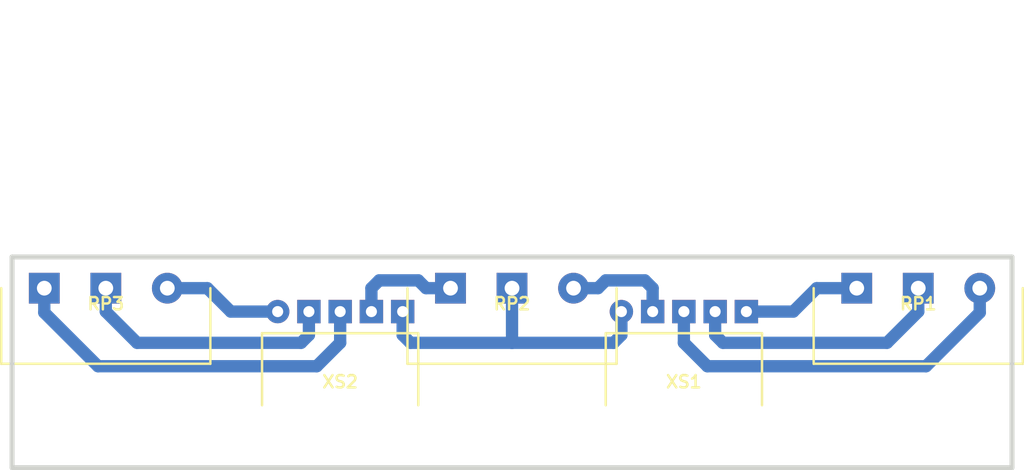
<source format=kicad_pcb>
(kicad_pcb (version 20171130) (host pcbnew 5.1.12-84ad8e8a86~92~ubuntu20.04.1)

  (general
    (thickness 1.6)
    (drawings 4)
    (tracks 43)
    (zones 0)
    (modules 5)
    (nets 10)
  )

  (page A4 portrait)
  (title_block
    (title ТКП-1.20.B-1)
    (date 2023-12-09)
    (rev 1B)
    (company "Good Grief Overdrive Potentiometer Board [REV1B]")
    (comment 1 http://github.com/Adept666)
    (comment 2 "Igor Ivanov (Игорь Иванов)")
    (comment 3 -ТТКРЧПДЛ-)
    (comment 4 "This project is licensed under GNU General Public License v3.0 or later")
  )

  (layers
    (0 F.Cu jumper)
    (31 B.Cu signal)
    (38 B.Mask user)
    (39 F.Mask user)
    (44 Edge.Cuts user)
    (45 Margin user)
    (46 B.CrtYd user)
    (47 F.CrtYd user)
    (49 F.Fab user)
  )

  (setup
    (last_trace_width 1)
    (user_trace_width 0.6)
    (trace_clearance 0)
    (zone_clearance 0.6)
    (zone_45_only no)
    (trace_min 0.2)
    (via_size 1.5)
    (via_drill 0.5)
    (via_min_size 0.4)
    (via_min_drill 0.3)
    (uvia_size 0.3)
    (uvia_drill 0.1)
    (uvias_allowed no)
    (uvia_min_size 0)
    (uvia_min_drill 0)
    (edge_width 0.4)
    (segment_width 0.2)
    (pcb_text_width 0.3)
    (pcb_text_size 1.5 1.5)
    (mod_edge_width 0.15)
    (mod_text_size 1 1)
    (mod_text_width 0.15)
    (pad_size 1.6 1.8)
    (pad_drill 0)
    (pad_to_mask_clearance 0.1)
    (solder_mask_min_width 0.2)
    (aux_axis_origin 0 0)
    (visible_elements 7FFFFFFF)
    (pcbplotparams
      (layerselection 0x20000_7ffffffe)
      (usegerberextensions false)
      (usegerberattributes false)
      (usegerberadvancedattributes false)
      (creategerberjobfile false)
      (excludeedgelayer false)
      (linewidth 0.100000)
      (plotframeref true)
      (viasonmask false)
      (mode 1)
      (useauxorigin false)
      (hpglpennumber 1)
      (hpglpenspeed 20)
      (hpglpendiameter 15.000000)
      (psnegative false)
      (psa4output false)
      (plotreference false)
      (plotvalue true)
      (plotinvisibletext false)
      (padsonsilk true)
      (subtractmaskfromsilk false)
      (outputformat 4)
      (mirror false)
      (drillshape 0)
      (scaleselection 1)
      (outputdirectory ""))
  )

  (net 0 "")
  (net 1 "Net-(RP1-Pad3)")
  (net 2 "Net-(RP1-Pad1)")
  (net 3 "Net-(RP1-Pad2)")
  (net 4 "Net-(RP2-Pad3)")
  (net 5 "Net-(RP2-Pad1)")
  (net 6 "Net-(RP2-Pad2)")
  (net 7 "Net-(RP3-Pad3)")
  (net 8 "Net-(RP3-Pad1)")
  (net 9 "Net-(RP3-Pad2)")

  (net_class Default "This is the default net class."
    (clearance 0)
    (trace_width 1)
    (via_dia 1.5)
    (via_drill 0.5)
    (uvia_dia 0.3)
    (uvia_drill 0.1)
    (add_net "Net-(RP1-Pad1)")
    (add_net "Net-(RP1-Pad2)")
    (add_net "Net-(RP1-Pad3)")
    (add_net "Net-(RP2-Pad1)")
    (add_net "Net-(RP2-Pad2)")
    (add_net "Net-(RP2-Pad3)")
    (add_net "Net-(RP3-Pad1)")
    (add_net "Net-(RP3-Pad2)")
    (add_net "Net-(RP3-Pad3)")
  )

  (module KCL-TH-SL:CON-PBS-05R (layer F.Cu) (tedit 62D2AB7D) (tstamp 6083D2A8)
    (at 119.38 144.78)
    (path /60031E05)
    (fp_text reference XS1 (at 0 5.715) (layer F.SilkS)
      (effects (font (size 1 1) (thickness 0.2)))
    )
    (fp_text value PBS-05R (at 0 5.715) (layer F.Fab)
      (effects (font (size 1 1) (thickness 0.2)))
    )
    (fp_line (start 6.35 1.76) (end 6.35 10.16) (layer F.Fab) (width 0.2))
    (fp_line (start -6.35 1.76) (end -6.35 10.16) (layer F.Fab) (width 0.2))
    (fp_line (start -6.35 10.16) (end 6.35 10.16) (layer F.Fab) (width 0.2))
    (fp_line (start -6.35 1.76) (end 6.35 1.76) (layer F.Fab) (width 0.2))
    (fp_line (start -6.35 1.76) (end 6.35 1.76) (layer F.SilkS) (width 0.2))
    (fp_line (start -6.35 1.76) (end -6.35 7.62) (layer F.SilkS) (width 0.2))
    (fp_line (start 6.35 1.76) (end 6.35 7.62) (layer F.SilkS) (width 0.2))
    (fp_line (start -6.35 -0.45) (end 6.35 -0.45) (layer F.CrtYd) (width 0.1))
    (fp_line (start -6.35 10.16) (end 6.35 10.16) (layer F.CrtYd) (width 0.1))
    (fp_line (start -6.35 -0.45) (end -6.35 10.16) (layer F.CrtYd) (width 0.1))
    (fp_line (start 6.35 -0.45) (end 6.35 10.16) (layer F.CrtYd) (width 0.1))
    (pad 5 thru_hole rect (at 5.08 0) (size 1.9 1.9) (drill 0.9) (layers B.Cu B.Mask)
      (net 1 "Net-(RP1-Pad3)"))
    (pad 4 thru_hole rect (at 2.54 0) (size 1.9 1.9) (drill 0.9) (layers B.Cu B.Mask)
      (net 3 "Net-(RP1-Pad2)"))
    (pad 1 thru_hole circle (at -5.08 0) (size 1.9 1.9) (drill 0.9) (layers B.Cu B.Mask)
      (net 6 "Net-(RP2-Pad2)"))
    (pad 2 thru_hole rect (at -2.54 0) (size 1.9 1.9) (drill 0.9) (layers B.Cu B.Mask)
      (net 5 "Net-(RP2-Pad1)"))
    (pad 3 thru_hole rect (at 0 0) (size 1.9 1.9) (drill 0.9) (layers B.Cu B.Mask)
      (net 2 "Net-(RP1-Pad1)"))
  )

  (module KCL-TH-SL:CON-PBS-05R (layer F.Cu) (tedit 62D2AB7D) (tstamp 60031F53)
    (at 91.44 144.78)
    (path /600A2C72)
    (fp_text reference XS2 (at 0 5.715) (layer F.SilkS)
      (effects (font (size 1 1) (thickness 0.2)))
    )
    (fp_text value PBS-05R (at 0 5.715) (layer F.Fab)
      (effects (font (size 1 1) (thickness 0.2)))
    )
    (fp_line (start 6.35 1.76) (end 6.35 10.16) (layer F.Fab) (width 0.2))
    (fp_line (start -6.35 1.76) (end -6.35 10.16) (layer F.Fab) (width 0.2))
    (fp_line (start -6.35 10.16) (end 6.35 10.16) (layer F.Fab) (width 0.2))
    (fp_line (start -6.35 1.76) (end 6.35 1.76) (layer F.Fab) (width 0.2))
    (fp_line (start -6.35 1.76) (end 6.35 1.76) (layer F.SilkS) (width 0.2))
    (fp_line (start -6.35 1.76) (end -6.35 7.62) (layer F.SilkS) (width 0.2))
    (fp_line (start 6.35 1.76) (end 6.35 7.62) (layer F.SilkS) (width 0.2))
    (fp_line (start -6.35 -0.45) (end 6.35 -0.45) (layer F.CrtYd) (width 0.1))
    (fp_line (start -6.35 10.16) (end 6.35 10.16) (layer F.CrtYd) (width 0.1))
    (fp_line (start -6.35 -0.45) (end -6.35 10.16) (layer F.CrtYd) (width 0.1))
    (fp_line (start 6.35 -0.45) (end 6.35 10.16) (layer F.CrtYd) (width 0.1))
    (pad 5 thru_hole rect (at 5.08 0) (size 1.9 1.9) (drill 0.9) (layers B.Cu B.Mask)
      (net 6 "Net-(RP2-Pad2)"))
    (pad 4 thru_hole rect (at 2.54 0) (size 1.9 1.9) (drill 0.9) (layers B.Cu B.Mask)
      (net 4 "Net-(RP2-Pad3)"))
    (pad 1 thru_hole circle (at -5.08 0) (size 1.9 1.9) (drill 0.9) (layers B.Cu B.Mask)
      (net 8 "Net-(RP3-Pad1)"))
    (pad 2 thru_hole rect (at -2.54 0) (size 1.9 1.9) (drill 0.9) (layers B.Cu B.Mask)
      (net 9 "Net-(RP3-Pad2)"))
    (pad 3 thru_hole rect (at 0 0) (size 1.9 1.9) (drill 0.9) (layers B.Cu B.Mask)
      (net 7 "Net-(RP3-Pad3)"))
  )

  (module KCL-TH-SL:RP-PDB181-K-20-P (layer F.Cu) (tedit 60030E39) (tstamp 608AEE6A)
    (at 138.43 142.875 180)
    (path /60859B26)
    (fp_text reference RP1 (at 0 -1.27 180) (layer F.SilkS)
      (effects (font (size 1 1) (thickness 0.2)))
    )
    (fp_text value "RP1: B100K" (at 0 -1.27 180) (layer F.Fab)
      (effects (font (size 1 1) (thickness 0.2)))
    )
    (fp_line (start -8.5 -6.15) (end 8.5 -6.15) (layer F.Fab) (width 0.2))
    (fp_line (start -8.5 3.35) (end 8.5 3.35) (layer F.Fab) (width 0.2))
    (fp_line (start -3 23.35) (end 3 23.35) (layer F.Fab) (width 0.2))
    (fp_line (start -8.5 -6.15) (end -8.5 3.35) (layer F.Fab) (width 0.2))
    (fp_line (start 8.5 -6.15) (end 8.5 3.35) (layer F.Fab) (width 0.2))
    (fp_line (start -3.5 3.35) (end -3.5 9.85) (layer F.Fab) (width 0.2))
    (fp_line (start 3.5 3.35) (end 3.5 9.85) (layer F.Fab) (width 0.2))
    (fp_line (start -3 9.85) (end -3 23.35) (layer F.Fab) (width 0.2))
    (fp_line (start 3 9.85) (end 3 23.35) (layer F.Fab) (width 0.2))
    (fp_line (start -3.5 9.85) (end 3.5 9.85) (layer F.Fab) (width 0.2))
    (fp_line (start -8.5 -6.15) (end 8.5 -6.15) (layer F.SilkS) (width 0.2))
    (fp_line (start -8.5 -6.15) (end -8.5 0) (layer F.SilkS) (width 0.2))
    (fp_line (start 8.5 -6.15) (end 8.5 0) (layer F.SilkS) (width 0.2))
    (fp_line (start -8.5 -6.15) (end 8.5 -6.15) (layer F.CrtYd) (width 0.1))
    (fp_line (start -8.5 23.35) (end 8.5 23.35) (layer F.CrtYd) (width 0.1))
    (fp_line (start -8.5 -6.15) (end -8.5 23.35) (layer F.CrtYd) (width 0.1))
    (fp_line (start 8.5 -6.15) (end 8.5 23.35) (layer F.CrtYd) (width 0.1))
    (fp_line (start -8.5 5.35) (end -7.366 5.35) (layer F.Fab) (width 0.2))
    (fp_line (start -8.5 3.35) (end -8.5 5.35) (layer F.Fab) (width 0.2))
    (fp_line (start -7.3 3.35) (end -7.3 5.35) (layer F.Fab) (width 0.2))
    (pad 3 thru_hole rect (at 5 0 180) (size 2.5 2.5) (drill 1.2) (layers B.Cu B.Mask)
      (net 1 "Net-(RP1-Pad3)"))
    (pad 1 thru_hole circle (at -5 0 180) (size 2.5 2.5) (drill 1.2) (layers B.Cu B.Mask)
      (net 2 "Net-(RP1-Pad1)"))
    (pad 2 thru_hole rect (at 0 0 180) (size 2.5 2.5) (drill 1.2) (layers B.Cu B.Mask)
      (net 3 "Net-(RP1-Pad2)"))
  )

  (module KCL-TH-SL:RP-PDB181-K-20-P (layer F.Cu) (tedit 60030E39) (tstamp 5FE6D9E5)
    (at 105.41 142.875 180)
    (path /5FE7A122)
    (fp_text reference RP2 (at 0 -1.27 180) (layer F.SilkS)
      (effects (font (size 1 1) (thickness 0.2)))
    )
    (fp_text value "RP2: B5K" (at 0 -1.27 180) (layer F.Fab)
      (effects (font (size 1 1) (thickness 0.2)))
    )
    (fp_line (start -8.5 -6.15) (end 8.5 -6.15) (layer F.Fab) (width 0.2))
    (fp_line (start -8.5 3.35) (end 8.5 3.35) (layer F.Fab) (width 0.2))
    (fp_line (start -3 23.35) (end 3 23.35) (layer F.Fab) (width 0.2))
    (fp_line (start -8.5 -6.15) (end -8.5 3.35) (layer F.Fab) (width 0.2))
    (fp_line (start 8.5 -6.15) (end 8.5 3.35) (layer F.Fab) (width 0.2))
    (fp_line (start -3.5 3.35) (end -3.5 9.85) (layer F.Fab) (width 0.2))
    (fp_line (start 3.5 3.35) (end 3.5 9.85) (layer F.Fab) (width 0.2))
    (fp_line (start -3 9.85) (end -3 23.35) (layer F.Fab) (width 0.2))
    (fp_line (start 3 9.85) (end 3 23.35) (layer F.Fab) (width 0.2))
    (fp_line (start -3.5 9.85) (end 3.5 9.85) (layer F.Fab) (width 0.2))
    (fp_line (start -8.5 -6.15) (end 8.5 -6.15) (layer F.SilkS) (width 0.2))
    (fp_line (start -8.5 -6.15) (end -8.5 0) (layer F.SilkS) (width 0.2))
    (fp_line (start 8.5 -6.15) (end 8.5 0) (layer F.SilkS) (width 0.2))
    (fp_line (start -8.5 -6.15) (end 8.5 -6.15) (layer F.CrtYd) (width 0.1))
    (fp_line (start -8.5 23.35) (end 8.5 23.35) (layer F.CrtYd) (width 0.1))
    (fp_line (start -8.5 -6.15) (end -8.5 23.35) (layer F.CrtYd) (width 0.1))
    (fp_line (start 8.5 -6.15) (end 8.5 23.35) (layer F.CrtYd) (width 0.1))
    (fp_line (start -8.5 5.35) (end -7.366 5.35) (layer F.Fab) (width 0.2))
    (fp_line (start -8.5 3.35) (end -8.5 5.35) (layer F.Fab) (width 0.2))
    (fp_line (start -7.3 3.35) (end -7.3 5.35) (layer F.Fab) (width 0.2))
    (pad 3 thru_hole rect (at 5 0 180) (size 2.5 2.5) (drill 1.2) (layers B.Cu B.Mask)
      (net 4 "Net-(RP2-Pad3)"))
    (pad 1 thru_hole circle (at -5 0 180) (size 2.5 2.5) (drill 1.2) (layers B.Cu B.Mask)
      (net 5 "Net-(RP2-Pad1)"))
    (pad 2 thru_hole rect (at 0 0 180) (size 2.5 2.5) (drill 1.2) (layers B.Cu B.Mask)
      (net 6 "Net-(RP2-Pad2)"))
  )

  (module KCL-TH-SL:RP-PDB181-K-20-P (layer F.Cu) (tedit 60030E39) (tstamp 608AEDE7)
    (at 72.39 142.875 180)
    (path /60857FB0)
    (fp_text reference RP3 (at 0 -1.27 180) (layer F.SilkS)
      (effects (font (size 1 1) (thickness 0.2)))
    )
    (fp_text value "RP3: A500K" (at 0 -1.27 180) (layer F.Fab)
      (effects (font (size 1 1) (thickness 0.2)))
    )
    (fp_line (start -8.5 -6.15) (end 8.5 -6.15) (layer F.Fab) (width 0.2))
    (fp_line (start -8.5 3.35) (end 8.5 3.35) (layer F.Fab) (width 0.2))
    (fp_line (start -3 23.35) (end 3 23.35) (layer F.Fab) (width 0.2))
    (fp_line (start -8.5 -6.15) (end -8.5 3.35) (layer F.Fab) (width 0.2))
    (fp_line (start 8.5 -6.15) (end 8.5 3.35) (layer F.Fab) (width 0.2))
    (fp_line (start -3.5 3.35) (end -3.5 9.85) (layer F.Fab) (width 0.2))
    (fp_line (start 3.5 3.35) (end 3.5 9.85) (layer F.Fab) (width 0.2))
    (fp_line (start -3 9.85) (end -3 23.35) (layer F.Fab) (width 0.2))
    (fp_line (start 3 9.85) (end 3 23.35) (layer F.Fab) (width 0.2))
    (fp_line (start -3.5 9.85) (end 3.5 9.85) (layer F.Fab) (width 0.2))
    (fp_line (start -8.5 -6.15) (end 8.5 -6.15) (layer F.SilkS) (width 0.2))
    (fp_line (start -8.5 -6.15) (end -8.5 0) (layer F.SilkS) (width 0.2))
    (fp_line (start 8.5 -6.15) (end 8.5 0) (layer F.SilkS) (width 0.2))
    (fp_line (start -8.5 -6.15) (end 8.5 -6.15) (layer F.CrtYd) (width 0.1))
    (fp_line (start -8.5 23.35) (end 8.5 23.35) (layer F.CrtYd) (width 0.1))
    (fp_line (start -8.5 -6.15) (end -8.5 23.35) (layer F.CrtYd) (width 0.1))
    (fp_line (start 8.5 -6.15) (end 8.5 23.35) (layer F.CrtYd) (width 0.1))
    (fp_line (start -8.5 5.35) (end -7.366 5.35) (layer F.Fab) (width 0.2))
    (fp_line (start -8.5 3.35) (end -8.5 5.35) (layer F.Fab) (width 0.2))
    (fp_line (start -7.3 3.35) (end -7.3 5.35) (layer F.Fab) (width 0.2))
    (pad 3 thru_hole rect (at 5 0 180) (size 2.5 2.5) (drill 1.2) (layers B.Cu B.Mask)
      (net 7 "Net-(RP3-Pad3)"))
    (pad 1 thru_hole circle (at -5 0 180) (size 2.5 2.5) (drill 1.2) (layers B.Cu B.Mask)
      (net 8 "Net-(RP3-Pad1)"))
    (pad 2 thru_hole rect (at 0 0 180) (size 2.5 2.5) (drill 1.2) (layers B.Cu B.Mask)
      (net 9 "Net-(RP3-Pad2)"))
  )

  (gr_line (start 146.05 140.335) (end 146.05 157.48) (layer Edge.Cuts) (width 0.4) (tstamp 5FE6F872))
  (gr_line (start 64.77 140.335) (end 64.77 157.48) (layer Edge.Cuts) (width 0.4) (tstamp 5FE6F872))
  (gr_line (start 64.77 157.48) (end 146.05 157.48) (layer Edge.Cuts) (width 0.4) (tstamp 5FE6FAB1))
  (gr_line (start 64.77 140.335) (end 146.05 140.335) (layer Edge.Cuts) (width 0.4) (tstamp 5FE6F86E))

  (segment (start 133.43 142.875) (end 130.175 142.875) (width 1) (layer B.Cu) (net 1))
  (segment (start 130.175 142.875) (end 128.27 144.78) (width 1) (layer B.Cu) (net 1))
  (segment (start 128.27 144.78) (end 124.46 144.78) (width 1) (layer B.Cu) (net 1))
  (segment (start 143.43 142.875) (end 143.43 144.86) (width 1) (layer B.Cu) (net 2))
  (segment (start 143.43 144.86) (end 139.065 149.225) (width 1) (layer B.Cu) (net 2))
  (segment (start 119.38 147.32) (end 119.38 144.78) (width 1) (layer B.Cu) (net 2))
  (segment (start 139.065 149.225) (end 121.285 149.225) (width 1) (layer B.Cu) (net 2))
  (segment (start 121.285 149.225) (end 119.38 147.32) (width 1) (layer B.Cu) (net 2))
  (segment (start 138.43 142.875) (end 138.43 144.78) (width 1) (layer B.Cu) (net 3))
  (segment (start 138.43 144.78) (end 135.89 147.32) (width 1) (layer B.Cu) (net 3))
  (segment (start 121.92 146.685) (end 121.92 144.78) (width 1) (layer B.Cu) (net 3))
  (segment (start 135.89 147.32) (end 122.555 147.32) (width 1) (layer B.Cu) (net 3))
  (segment (start 122.555 147.32) (end 121.92 146.685) (width 1) (layer B.Cu) (net 3))
  (segment (start 93.98 142.875) (end 93.98 144.78) (width 1) (layer B.Cu) (net 4))
  (segment (start 97.79 142.24) (end 94.615 142.24) (width 1) (layer B.Cu) (net 4))
  (segment (start 100.41 142.875) (end 98.425 142.875) (width 1) (layer B.Cu) (net 4))
  (segment (start 94.615 142.24) (end 93.98 142.875) (width 1) (layer B.Cu) (net 4))
  (segment (start 98.425 142.875) (end 97.79 142.24) (width 1) (layer B.Cu) (net 4))
  (segment (start 110.41 142.875) (end 112.395 142.875) (width 1) (layer B.Cu) (net 5))
  (segment (start 112.395 142.875) (end 113.03 142.24) (width 1) (layer B.Cu) (net 5))
  (segment (start 113.03 142.24) (end 116.205 142.24) (width 1) (layer B.Cu) (net 5))
  (segment (start 116.205 142.24) (end 116.84 142.875) (width 1) (layer B.Cu) (net 5))
  (segment (start 116.84 142.875) (end 116.84 144.78) (width 1) (layer B.Cu) (net 5))
  (segment (start 96.52 144.78) (end 96.52 146.685) (width 1) (layer B.Cu) (net 6))
  (segment (start 96.52 146.685) (end 97.155 147.32) (width 1) (layer B.Cu) (net 6))
  (segment (start 114.3 144.78) (end 114.3 146.685) (width 1) (layer B.Cu) (net 6))
  (segment (start 114.3 146.685) (end 113.665 147.32) (width 1) (layer B.Cu) (net 6))
  (segment (start 105.41 142.875) (end 105.41 147.32) (width 1) (layer B.Cu) (net 6))
  (segment (start 97.155 147.32) (end 105.41 147.32) (width 1) (layer B.Cu) (net 6))
  (segment (start 113.665 147.32) (end 105.41 147.32) (width 1) (layer B.Cu) (net 6))
  (segment (start 67.39 142.875) (end 67.39 144.86) (width 1) (layer B.Cu) (net 7))
  (segment (start 67.39 144.86) (end 71.755 149.225) (width 1) (layer B.Cu) (net 7))
  (segment (start 91.44 147.32) (end 91.44 144.78) (width 1) (layer B.Cu) (net 7))
  (segment (start 71.755 149.225) (end 89.535 149.225) (width 1) (layer B.Cu) (net 7))
  (segment (start 89.535 149.225) (end 91.44 147.32) (width 1) (layer B.Cu) (net 7))
  (segment (start 77.39 142.875) (end 80.645 142.875) (width 1) (layer B.Cu) (net 8))
  (segment (start 80.645 142.875) (end 82.55 144.78) (width 1) (layer B.Cu) (net 8))
  (segment (start 82.55 144.78) (end 86.36 144.78) (width 1) (layer B.Cu) (net 8))
  (segment (start 72.39 144.78) (end 74.93 147.32) (width 1) (layer B.Cu) (net 9))
  (segment (start 72.39 142.875) (end 72.39 144.78) (width 1) (layer B.Cu) (net 9))
  (segment (start 88.9 146.685) (end 88.9 144.78) (width 1) (layer B.Cu) (net 9))
  (segment (start 74.93 147.32) (end 88.265 147.32) (width 1) (layer B.Cu) (net 9))
  (segment (start 88.265 147.32) (end 88.9 146.685) (width 1) (layer B.Cu) (net 9))

)

</source>
